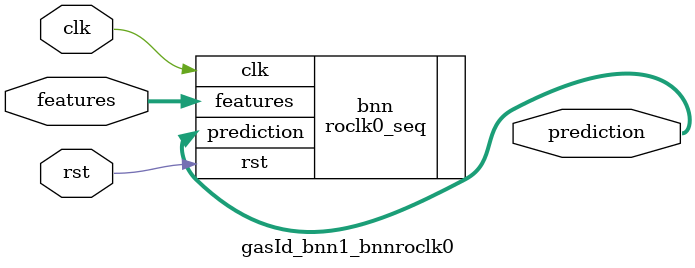
<source format=v>













module gasId_bnn1_bnnroclk0 #(

parameter FEAT_CNT = 128,
parameter HIDDEN_CNT = 40,
parameter FEAT_BITS = 4,
parameter CLASS_CNT = 6,
parameter TEST_CNT = 1000


  ) (
  input clk,
  input rst,
  input [FEAT_CNT*FEAT_BITS-1:0] features,
  output [$clog2(CLASS_CNT)-1:0] prediction
  );

  localparam Weights0 = 5120'b01111111110011111101000001110011011111101111111111000000001000000110100000111101000110100111101000001110100011101110001000010100010110010011101011011101010111111011100011001000000111111110010001011100101111000100111110101100001100111011010111000000010000100001111111011111001110001011000001101110111111111011111111111111000111000101001111110010000010101010101011011000001111111001110100111000001100111101011110011011101010011010011100101111100010100100001011100010000100111101001011011010101000000111000100010001011001100010000100000000110000010000010000010110111111011111110100000000110000111111000011110011100101101100001101011111101001011001100010011100010111111001101011110100111110000110101011000010100111100101111010011111011011001001101010010100110000000110000010010010000000001010000101000011001100110110001101000000100110111010011010000000111100000011001010100001111010100101111111111110001000010100010101100101010000011100000110000001111100000111000110100001000000110000000111110011010001011100110100011111101001101101101001101101110110001101110100101111110001001111111111111101001100111111101100001010110110101111000010111001100111110101111110100000101000011100011100000111010000100100010001100000001000000110001000000110000101011010010111101111101011111001000001100010011000001110000000011111010111010010000001100001101111110101111100011111001100111110111101001100001100011011000110011101110111110110000100100001000000010110001011000010001000011100000011110100011000011000000000010011111000111000011110010101110110111001001010011111110111110000100001011000100110110000111100011111101111110111111100111110001000101010101011111011110010101111111111011111100111000111110000111100100111001101100000100000001011111111111111010100110010101110110001101110000110001011010010001100110111110110000101100000111010100010101001110001000000001010111011001111110111100100001001010110000101100110100001010000101011110011111100111110000111111111001000011000110110001101111011111011100000010111100000011010011010001100101100101010101111111010000000111110000111011010111110011101100110000010100101101001101111111101110111011111110100011100110111001111100100001000000101110011100011011011010010000101000110101010101010111111000001101011111010111011100000010111101001101010110111100100001011110101011110011001001000100000001001100010011001101111000101101000010001000010001000101010100110001011111101111011011100001111011001100000100011000001001110100101101001011110001111100111111011101010111000100000000000111110111111101100100101001001100111101000111100100000101100101100101011011111011100000001110011001011011110111110010001000000000011100110100100111011011110000111111110100111101100010010001000000011000001100110001011001100000111101110011011000000111000100001001111001011111101111101010000101110110101100010100011011100110001010000000001101111111011111101000001000000101010101110001000010111001000011000011111110101001101010100010101001000000000011100000011000001000000100010001110011101110101000010000001000000001000010110001011000110110101001010111011001111111110100111010000000001111000001100010101000000111001010010010110100111011111111001010010100111100000100011011101110000001000000101111111011111110101000010010001001101000011011000010100100000101111111101111111100011010101110000110001011101100100011110000111111101101011010010000000000100101011001100111101100000111000001100101111001110101000101010001001000100010101111011000000010000101011000010100110100111010101111100000000000010000101010010111111100010001000101111101111001100111100110100010000101011101001100100110000100000101000010011000101000011111000101001111110000001100001000010001010011010110001011101010010110111100011110000011011100000110001000001011101100111101000001110000001010111110101110110000100111111110000010010000101110000101100100100111010001110011111010000010101011111011111010001110111011111010011110101110110010111001100000111110110101100101010000001111101001111000111110011001100010011110100000010101101000011100000111010111111001111000000000010000001111101110010011101000011110010010011101101111110010000110000001000001111100110001000011100000110001101001101111010000010100000110000110100011100110110011100111100110110000111010111111001110011111100011011010001100011011100110000100000110101111111111111011001001001011101010010101010100000010010101000101010001101001111011000011010010110000111001000010100111100100111000100000011010011100011010001000011000101110111011101010111011101010111011000010001100101011011111111010001110100011000111000001011111111111111000111100011001011111100010011010011000011110100110111110011111110000110001111111111110100010111011001110101111110100001111100001011001010011011110110111001110100111111101011110110001110000000110010110110110110100000111000001010011000001111001000011000010111000101000011111110001011100000000011110001111101010111110000011011100011111000010111111001111100001110011110110000000001000000010011010111101110011010101010000111111111111111000000000010011011010101101000001111111110011011111000010110000111011111000111110000011001101011000011111001111001010001111000000101111100111011 ;
  localparam Weights1 = 240'b001101100010110011101111111110000101100100111011101110001100100011010110111110010011010000101000111011101111100011011101110101110110000001111111010010111010101110110110000010000111110101011111100011100111010010101100110110001100101001011011 ;

  roclk0_seq #(.FEAT_CNT(FEAT_CNT),.FEAT_BITS(FEAT_BITS),.HIDDEN_CNT(HIDDEN_CNT),.CLASS_CNT(CLASS_CNT),.Weights0(Weights0),.Weights1(Weights1)) bnn (
    .clk(clk),
    .rst(rst),
    .features(features),
    .prediction(prediction)
  );

endmodule

</source>
